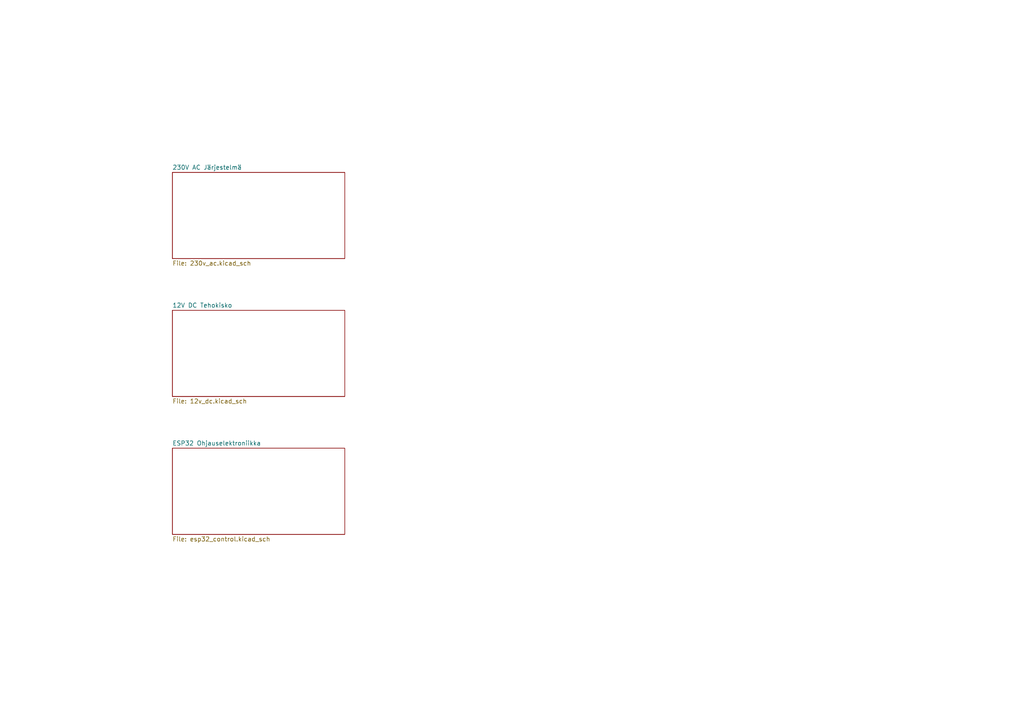
<source format=kicad_sch>
(kicad_sch (version 20211123) (generator eeschema)
  (paper "A4")
  (title_block (title "Portin Automaatiojärjestelmä") (date "2025-12-19") (rev "1.0") (company ""))
  (lib_symbols)
  (sheet (at 50 50) (size 50 25) (stroke (width 0.1524))
    (property "Sheet name" "230V AC Järjestelmä" (at 50 49.3 0) (effects (justify left bottom)))
    (property "Sheet file" "230v_ac.kicad_sch" (at 50 75.63 0) (effects (justify left top)))
  )
  (sheet (at 50 90) (size 50 25) (stroke (width 0.1524))
    (property "Sheet name" "12V DC Tehokisko" (at 50 89.3 0) (effects (justify left bottom)))
    (property "Sheet file" "12v_dc.kicad_sch" (at 50 115.63 0) (effects (justify left top)))
  )
  (sheet (at 50 130) (size 50 25) (stroke (width 0.1524))
    (property "Sheet name" "ESP32 Ohjauselektroniikka" (at 50 129.3 0) (effects (justify left bottom)))
    (property "Sheet file" "esp32_control.kicad_sch" (at 50 155.63 0) (effects (justify left top)))
  )
)
</source>
